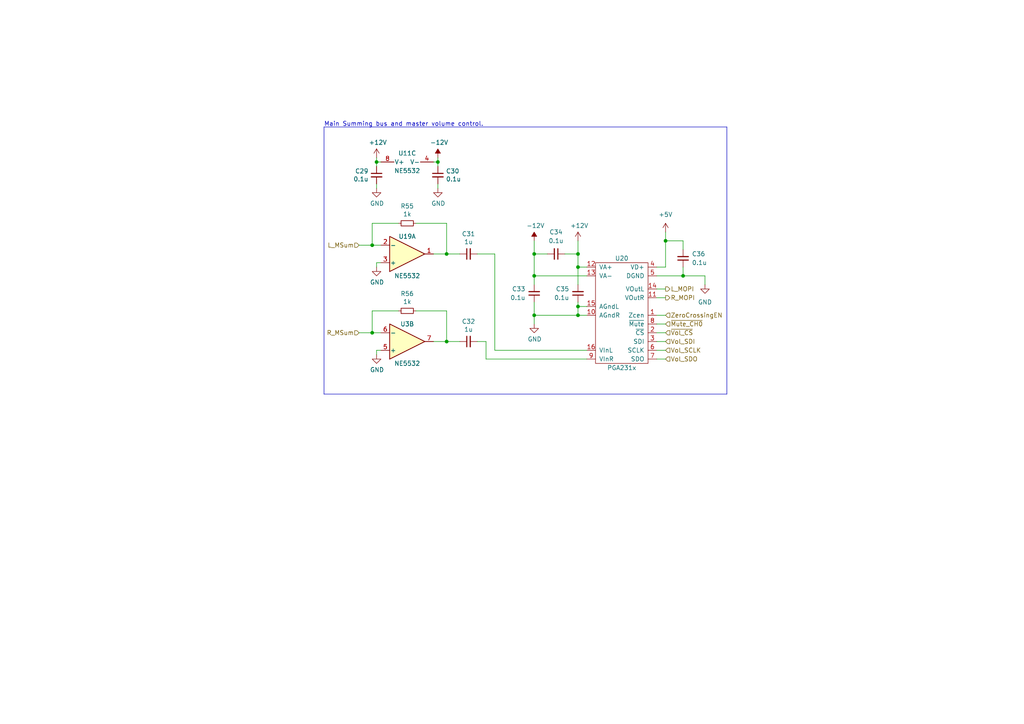
<source format=kicad_sch>
(kicad_sch (version 20230121) (generator eeschema)
  (paper "A4")
  (lib_symbols
    (symbol "Device:C_Small" (pin_numbers hide) (pin_names (offset 0.254) hide)
      (property "Reference" "C" (at 0.254 1.778 0))
      (property "Value" "C_Small" (at 0.254 -2.032 0))
      (symbol "C_Small_0_1"
        (polyline (pts (xy -1.524 -0.508) (xy 1.524 -0.508)) (stroke (width 0.3302)))
        (polyline (pts (xy -1.524 0.508) (xy 1.524 0.508)) (stroke (width 0.3048)))
      )
      (symbol "C_Small_1_1"
        (pin passive line (at 0 2.54 270) (length 2.032) (name "~") (number "1"))
        (pin passive line (at 0 -2.54 90) (length 2.032) (name "~") (number "2"))
      )
    )
    (symbol "Device:R_Small" (pin_numbers hide) (pin_names (offset 0.254) hide)
      (property "Reference" "R" (at 0.762 0.508 0))
      (property "Value" "R_Small" (at 0.762 -1.016 0))
      (symbol "R_Small_0_1"
        (rectangle (start -0.762 1.778) (end 0.762 -1.778) (stroke (width 0.2032)))
      )
      (symbol "R_Small_1_1"
        (pin passive line (at 0 2.54 270) (length 0.762) (name "~") (number "1"))
        (pin passive line (at 0 -2.54 90) (length 0.762) (name "~") (number "2"))
      )
    )
    (symbol "power:+12V" (power) (pin_names (offset 0))
      (property "Value" "+12V" (at 0 3.556 0))
      (symbol "+12V_0_1"
        (polyline (pts (xy -0.762 1.27) (xy 0 2.54)))
        (polyline (pts (xy 0 0) (xy 0 2.54)))
        (polyline (pts (xy 0 2.54) (xy 0.762 1.27)))
      )
      (symbol "+12V_1_1"
        (pin power_in line (at 0 0 90) (length 0) hide (name "+12V") (number "1"))
      )
    )
    (symbol "power:+5V" (power) (pin_names (offset 0))
      (property "Value" "+5V" (at 0 3.556 0))
      (symbol "+5V_0_1"
        (polyline (pts (xy -0.762 1.27) (xy 0 2.54)))
        (polyline (pts (xy 0 0) (xy 0 2.54)))
        (polyline (pts (xy 0 2.54) (xy 0.762 1.27)))
      )
      (symbol "+5V_1_1"
        (pin power_in line (at 0 0 90) (length 0) hide (name "+5V") (number "1"))
      )
    )
    (symbol "power:-12V" (power) (pin_names (offset 0))
      (property "Value" "-12V" (at 0 3.81 0))
      (symbol "-12V_0_0"
        (pin power_in line (at 0 0 90) (length 0) hide (name "-12V") (number "1"))
      )
      (symbol "-12V_0_1"
        (polyline (pts (xy 0 0) (xy 0 1.27) (xy 0.762 1.27) (xy 0 2.54) (xy -0.762 1.27) (xy 0 1.27)) (fill (type outline)))
      )
    )
    (symbol "power:GND" (power) (pin_names (offset 0))
      (property "Value" "GND" (at 0 -3.81 0))
      (symbol "GND_0_1"
        (polyline (pts (xy 0 0) (xy 0 -1.27) (xy 1.27 -1.27) (xy 0 -2.54) (xy -1.27 -1.27) (xy 0 -1.27)))
      )
      (symbol "GND_1_1"
        (pin power_in line (at 0 0 270) (length 0) hide (name "GND") (number "1"))
      )
    )
    (symbol "silver-box-modular:NE5532" (pin_names (offset 0.127))
      (property "Reference" "U3" (at 0 5.08 0))
      (property "Value" "NE5532" (at 0 -6.35 0))
      (symbol "NE5532_1_1"
        (polyline (pts (xy -5.08 5.08) (xy 5.08 0) (xy -5.08 -5.08) (xy -5.08 5.08)) (stroke (width 0.254)) (fill (type background)))
        (pin output line (at 7.62 0 180) (length 2.54) (name "~") (number "1"))
        (pin input line (at -7.62 -2.54 0) (length 2.54) (name "-") (number "2"))
        (pin input line (at -7.62 2.54 0) (length 2.54) (name "+") (number "3"))
      )
      (symbol "NE5532_2_1"
        (polyline (pts (xy -5.08 5.08) (xy 5.08 0) (xy -5.08 -5.08) (xy -5.08 5.08)) (stroke (width 0.254)) (fill (type background)))
        (pin input line (at -7.62 2.54 0) (length 2.54) (name "+") (number "5"))
        (pin input line (at -7.62 -2.54 0) (length 2.54) (name "-") (number "6"))
        (pin output line (at 7.62 0 180) (length 2.54) (name "~") (number "7"))
      )
      (symbol "NE5532_3_1"
        (pin power_in line (at -2.54 -7.62 90) (length 3.81) (name "V-") (number "4"))
        (pin power_in line (at -2.54 7.62 270) (length 3.81) (name "V+") (number "8"))
      )
    )
    (symbol "silver-box-modular:PGA231x" (pin_names (offset 1.016))
      (property "Reference" "U" (at 7.62 1.27 0))
      (property "Value" "PGA231x" (at 7.62 -30.48 0))
      (symbol "PGA231x_0_1"
        (rectangle (start 0 0) (end 15.24 -29.21))
      )
      (symbol "PGA231x_1_1"
        (pin passive line (at 17.78 -15.24 180) (length 2.54) (name "Zcen") (number "1"))
        (pin power_in line (at -2.54 -15.24 0) (length 2.54) (name "AGndR") (number "10"))
        (pin passive line (at 17.78 -10.16 180) (length 2.54) (name "VOutR") (number "11"))
        (pin power_in line (at -2.54 -1.27 0) (length 2.54) (name "VA+") (number "12"))
        (pin power_in line (at -2.54 -3.81 0) (length 2.54) (name "VA-") (number "13"))
        (pin passive line (at 17.78 -7.62 180) (length 2.54) (name "VOutL") (number "14"))
        (pin power_in line (at -2.54 -12.7 0) (length 2.54) (name "AGndL") (number "15"))
        (pin passive line (at -2.54 -25.4 0) (length 2.54) (name "VInL") (number "16"))
        (pin passive line (at 17.78 -20.32 180) (length 2.54) (name "~{CS}") (number "2"))
        (pin passive line (at 17.78 -22.86 180) (length 2.54) (name "SDI") (number "3"))
        (pin power_in line (at 17.78 -1.27 180) (length 2.54) (name "VD+") (number "4"))
        (pin passive line (at 17.78 -3.81 180) (length 2.54) (name "DGND") (number "5"))
        (pin passive line (at 17.78 -25.4 180) (length 2.54) (name "SCLK") (number "6"))
        (pin passive line (at 17.78 -27.94 180) (length 2.54) (name "SDO") (number "7"))
        (pin passive line (at 17.78 -17.78 180) (length 2.54) (name "~{Mute}") (number "8"))
        (pin passive line (at -2.54 -27.94 0) (length 2.54) (name "VInR") (number "9"))
      )
    )
  )
  (junction (at 107.95 71.12) (diameter 0.9144))
  (junction (at 198.12 80.01))
  (junction (at 193.04 69.85))
  (junction (at 167.64 77.47))
  (junction (at 107.95 96.52) (diameter 0.9144))
  (junction (at 167.64 88.9))
  (junction (at 167.64 91.44))
  (junction (at 154.94 80.01))
  (junction (at 129.54 73.66) (diameter 0.9144))
  (junction (at 167.64 73.66))
  (junction (at 129.54 99.06) (diameter 0.9144))
  (junction (at 154.94 91.44))
  (junction (at 127 46.99) (diameter 0.9144))
  (junction (at 109.22 46.99) (diameter 0.9144))
  (junction (at 154.94 73.66))
  (wire (pts (xy 127 45.72) (xy 127 46.99)))
  (wire (pts (xy 107.95 96.52) (xy 110.49 96.52)))
  (wire (pts (xy 154.94 73.66) (xy 154.94 80.01)))
  (wire (pts (xy 198.12 80.01) (xy 204.47 80.01)))
  (wire (pts (xy 129.54 99.06) (xy 133.35 99.06)))
  (wire (pts (xy 167.64 77.47) (xy 167.64 82.55)))
  (wire (pts (xy 190.5 80.01) (xy 198.12 80.01)))
  (wire (pts (xy 167.64 73.66) (xy 167.64 77.47)))
  (wire (pts (xy 190.5 86.36) (xy 193.04 86.36)))
  (wire (pts (xy 170.18 88.9) (xy 167.64 88.9)))
  (wire (pts (xy 104.14 71.12) (xy 107.95 71.12)))
  (wire (pts (xy 170.18 77.47) (xy 167.64 77.47)))
  (wire (pts (xy 120.65 64.77) (xy 129.54 64.77)))
  (wire (pts (xy 154.94 80.01) (xy 170.18 80.01)))
  (wire (pts (xy 107.95 90.17) (xy 115.57 90.17)))
  (wire (pts (xy 167.64 91.44) (xy 170.18 91.44)))
  (wire (pts (xy 190.5 104.14) (xy 193.04 104.14)))
  (wire (pts (xy 154.94 69.85) (xy 154.94 73.66)))
  (wire (pts (xy 127 46.99) (xy 125.73 46.99)))
  (wire (pts (xy 140.97 99.06) (xy 140.97 104.14)))
  (wire (pts (xy 120.65 90.17) (xy 129.54 90.17)))
  (wire (pts (xy 154.94 80.01) (xy 154.94 82.55)))
  (polyline (pts (xy 210.82 114.3) (xy 210.82 36.83)))
  (wire (pts (xy 129.54 73.66) (xy 133.35 73.66)))
  (wire (pts (xy 127 54.61) (xy 127 53.34)))
  (wire (pts (xy 193.04 67.31) (xy 193.04 69.85)))
  (wire (pts (xy 109.22 48.26) (xy 109.22 46.99)))
  (wire (pts (xy 107.95 96.52) (xy 107.95 90.17)))
  (wire (pts (xy 193.04 93.98) (xy 190.5 93.98)))
  (wire (pts (xy 193.04 69.85) (xy 198.12 69.85)))
  (wire (pts (xy 109.22 46.99) (xy 110.49 46.99)))
  (wire (pts (xy 198.12 77.47) (xy 198.12 80.01)))
  (wire (pts (xy 154.94 87.63) (xy 154.94 91.44)))
  (wire (pts (xy 190.5 96.52) (xy 193.04 96.52)))
  (wire (pts (xy 129.54 73.66) (xy 125.73 73.66)))
  (wire (pts (xy 143.51 101.6) (xy 170.18 101.6)))
  (wire (pts (xy 154.94 73.66) (xy 158.75 73.66)))
  (wire (pts (xy 129.54 90.17) (xy 129.54 99.06)))
  (wire (pts (xy 154.94 91.44) (xy 154.94 93.98)))
  (wire (pts (xy 109.22 101.6) (xy 110.49 101.6)))
  (wire (pts (xy 143.51 73.66) (xy 143.51 101.6)))
  (wire (pts (xy 167.64 88.9) (xy 167.64 91.44)))
  (wire (pts (xy 109.22 54.61) (xy 109.22 53.34)))
  (wire (pts (xy 154.94 91.44) (xy 167.64 91.44)))
  (wire (pts (xy 138.43 99.06) (xy 140.97 99.06)))
  (wire (pts (xy 190.5 101.6) (xy 193.04 101.6)))
  (wire (pts (xy 129.54 64.77) (xy 129.54 73.66)))
  (wire (pts (xy 127 48.26) (xy 127 46.99)))
  (wire (pts (xy 109.22 45.72) (xy 109.22 46.99)))
  (wire (pts (xy 190.5 83.82) (xy 193.04 83.82)))
  (polyline (pts (xy 93.98 36.83) (xy 93.98 114.3)))
  (wire (pts (xy 190.5 77.47) (xy 193.04 77.47)))
  (wire (pts (xy 167.64 69.85) (xy 167.64 73.66)))
  (wire (pts (xy 204.47 80.01) (xy 204.47 82.55)))
  (wire (pts (xy 138.43 73.66) (xy 143.51 73.66)))
  (wire (pts (xy 109.22 76.2) (xy 110.49 76.2)))
  (wire (pts (xy 170.18 104.14) (xy 140.97 104.14)))
  (wire (pts (xy 198.12 69.85) (xy 198.12 72.39)))
  (wire (pts (xy 107.95 71.12) (xy 107.95 64.77)))
  (wire (pts (xy 107.95 64.77) (xy 115.57 64.77)))
  (polyline (pts (xy 93.98 36.83) (xy 210.82 36.83)))
  (wire (pts (xy 107.95 71.12) (xy 110.49 71.12)))
  (wire (pts (xy 104.14 96.52) (xy 107.95 96.52)))
  (wire (pts (xy 163.83 73.66) (xy 167.64 73.66)))
  (wire (pts (xy 129.54 99.06) (xy 125.73 99.06)))
  (wire (pts (xy 109.22 102.87) (xy 109.22 101.6)))
  (wire (pts (xy 109.22 77.47) (xy 109.22 76.2)))
  (wire (pts (xy 193.04 69.85) (xy 193.04 77.47)))
  (wire (pts (xy 167.64 87.63) (xy 167.64 88.9)))
  (wire (pts (xy 190.5 91.44) (xy 193.04 91.44)))
  (wire (pts (xy 190.5 99.06) (xy 193.04 99.06)))
  (polyline (pts (xy 93.98 114.3) (xy 210.82 114.3)))
  (text "Main Summing bus and master volume control." (at 93.98 36.83 0) (effects (font (size 1.27 1.27)) (justify left bottom)))
  (hierarchical_label "R_MSum" (shape input) (at 104.14 96.52 180))
  (hierarchical_label "Vol_SCLK" (shape input) (at 193.04 101.6 0))
  (hierarchical_label "Vol_SDI" (shape input) (at 193.04 99.06 0))
  (hierarchical_label "L_MOPI" (shape output) (at 193.04 83.82 0))
  (hierarchical_label "ZeroCrossingEN" (shape input) (at 193.04 91.44 0))
  (hierarchical_label "L_MSum" (shape input) (at 104.14 71.12 180))
  (hierarchical_label "R_MOPI" (shape output) (at 193.04 86.36 0))
  (hierarchical_label "~{Vol_CS}" (shape input) (at 193.04 96.52 0))
  (hierarchical_label "~{Mute_CH0}" (shape input) (at 193.04 93.98 0))
  (hierarchical_label "Vol_SDO" (shape input) (at 193.04 104.14 0))
  (symbol (lib_id "Device:C_Small") (at 154.94 85.09 0) (mirror x) (unit 1)
    (property "Reference" "C33" (at 152.4 83.8135 0) (effects (justify right)))
    (property "Value" "0.1u" (at 152.4 86.3535 0) (effects (justify right)))
    (property "Footprint" "Capacitor_SMD:C_0603_1608Metric_Pad1.08x0.95mm_HandSolder" (effects hide))
  )
  (symbol (lib_id "Device:C_Small") (at 135.89 73.66 90) (unit 1)
    (property "Reference" "C31" (at 135.89 67.8434 90))
    (property "Value" "1u" (at 135.89 70.1548 90))
    (property "Footprint" "Capacitor_SMD:C_2220_5650Metric_Pad1.97x5.40mm_HandSolder" (effects hide))
  )
  (symbol (lib_id "power:+12V") (at 109.22 45.72 0) (unit 1)
    (property "Reference" "#PWR093" (effects hide))
    (property "Value" "+12V" (at 109.601 41.3258 0))
  )
  (symbol (lib_id "power:+12V") (at 167.64 69.85 0) (unit 1)
    (property "Reference" "#PWR0101" (effects hide))
    (property "Value" "+12V" (at 168.021 65.4558 0))
  )
  (symbol (lib_id "power:-12V") (at 154.94 69.85 0) (unit 1)
    (property "Reference" "#PWR099" (effects hide))
    (property "Value" "-12V" (at 155.321 65.4558 0))
  )
  (symbol (lib_id "silver-box-modular:NE5532") (at 118.11 49.53 90) (mirror x) (unit 3)
    (property "Reference" "U11" (at 118.11 44.45 90))
    (property "Value" "NE5532" (at 118.11 49.53 90))
    (property "Footprint" "silver-box-feetprints:NE5532 SOIC8" (effects hide))
    (property "Datasheet" "http://www.ti.com/lit/ds/symlink/ne5532.pdf" (effects hide))
  )
  (symbol (lib_id "Device:C_Small") (at 135.89 99.06 90) (unit 1)
    (property "Reference" "C32" (at 135.89 93.2434 90))
    (property "Value" "1u" (at 135.89 95.5548 90))
    (property "Footprint" "Capacitor_SMD:C_2220_5650Metric_Pad1.97x5.40mm_HandSolder" (effects hide))
  )
  (symbol (lib_id "power:GND") (at 204.47 82.55 0) (unit 1)
    (property "Reference" "#PWR0103" (effects hide))
    (property "Value" "GND" (at 204.47 87.63 0))
  )
  (symbol (lib_id "silver-box-modular:NE5532") (at 118.11 73.66 0) (mirror x) (unit 1)
    (property "Reference" "U19" (at 118.11 68.58 0))
    (property "Value" "NE5532" (at 118.11 80.01 0))
    (property "Footprint" "silver-box-feetprints:NE5532 SOIC8" (effects hide))
    (property "Datasheet" "http://www.ti.com/lit/ds/symlink/ne5532.pdf" (effects hide))
  )
  (symbol (lib_id "Device:R_Small") (at 118.11 90.17 270) (unit 1)
    (property "Reference" "R56" (at 118.11 85.1916 90))
    (property "Value" "1k" (at 118.11 87.503 90))
    (property "Footprint" "Resistor_SMD:R_0603_1608Metric_Pad0.98x0.95mm_HandSolder" (effects hide))
  )
  (symbol (lib_id "Device:C_Small") (at 109.22 50.8 0) (mirror y) (unit 1)
    (property "Reference" "C29" (at 106.8832 49.6316 0) (effects (justify left)))
    (property "Value" "0.1u" (at 106.8832 51.943 0) (effects (justify left)))
    (property "Footprint" "Capacitor_SMD:C_0603_1608Metric_Pad1.08x0.95mm_HandSolder" (effects hide))
  )
  (symbol (lib_id "power:GND") (at 109.22 77.47 0) (unit 1)
    (property "Reference" "#PWR095" (effects hide))
    (property "Value" "GND" (at 109.347 81.8642 0))
  )
  (symbol (lib_id "power:GND") (at 127 54.61 0) (unit 1)
    (property "Reference" "#PWR098" (effects hide))
    (property "Value" "GND" (at 127.127 59.0042 0))
  )
  (symbol (lib_id "power:GND") (at 154.94 93.98 0) (unit 1)
    (property "Reference" "#PWR0100" (effects hide))
    (property "Value" "GND" (at 155.067 98.3742 0))
  )
  (symbol (lib_id "Device:C_Small") (at 167.64 85.09 0) (mirror x) (unit 1)
    (property "Reference" "C35" (at 165.1 83.8135 0) (effects (justify right)))
    (property "Value" "0.1u" (at 165.1 86.3535 0) (effects (justify right)))
    (property "Footprint" "Capacitor_SMD:C_0603_1608Metric_Pad1.08x0.95mm_HandSolder" (effects hide))
  )
  (symbol (lib_id "Device:C_Small") (at 198.12 74.93 180) (unit 1)
    (property "Reference" "C36" (at 200.66 73.6535 0) (effects (justify right)))
    (property "Value" "0.1u" (at 200.66 76.1935 0) (effects (justify right)))
    (property "Footprint" "Capacitor_SMD:C_0603_1608Metric_Pad1.08x0.95mm_HandSolder" (effects hide))
  )
  (symbol (lib_id "Device:C_Small") (at 127 50.8 0) (unit 1)
    (property "Reference" "C30" (at 129.3368 49.6316 0) (effects (justify left)))
    (property "Value" "0.1u" (at 129.3368 51.943 0) (effects (justify left)))
    (property "Footprint" "Capacitor_SMD:C_0603_1608Metric_Pad1.08x0.95mm_HandSolder" (effects hide))
  )
  (symbol (lib_id "power:+5V") (at 193.04 67.31 0) (unit 1)
    (property "Reference" "#PWR0102" (effects hide))
    (property "Value" "+5V" (at 193.04 62.23 0))
  )
  (symbol (lib_id "power:GND") (at 109.22 54.61 0) (unit 1)
    (property "Reference" "#PWR094" (effects hide))
    (property "Value" "GND" (at 109.347 59.0042 0))
  )
  (symbol (lib_id "silver-box-modular:NE5532") (at 118.11 99.06 0) (mirror x) (unit 2)
    (property "Reference" "U3" (at 118.11 93.98 0))
    (property "Value" "NE5532" (at 118.11 105.41 0))
    (property "Footprint" "silver-box-feetprints:NE5532 SOIC8" (effects hide))
    (property "Datasheet" "http://www.ti.com/lit/ds/symlink/ne5532.pdf" (effects hide))
  )
  (symbol (lib_id "power:GND") (at 109.22 102.87 0) (unit 1)
    (property "Reference" "#PWR096" (effects hide))
    (property "Value" "GND" (at 109.347 107.2642 0))
  )
  (symbol (lib_id "silver-box-modular:PGA231x") (at 172.72 76.2 0) (unit 1)
    (property "Reference" "U20" (at 180.34 74.93 0))
    (property "Value" "PGA231x" (at 180.34 106.68 0))
    (property "Footprint" "silver-box-feetprints:PGA231XU" (effects hide))
  )
  (symbol (lib_id "power:-12V") (at 127 45.72 0) (unit 1)
    (property "Reference" "#PWR097" (effects hide))
    (property "Value" "-12V" (at 127.381 41.3258 0))
  )
  (symbol (lib_id "Device:C_Small") (at 161.29 73.66 270) (mirror x) (unit 1)
    (property "Reference" "C34" (at 161.2836 67.31 90))
    (property "Value" "0.1u" (at 161.2836 69.85 90))
    (property "Footprint" "Capacitor_SMD:C_0603_1608Metric_Pad1.08x0.95mm_HandSolder" (effects hide))
  )
  (symbol (lib_id "Device:R_Small") (at 118.11 64.77 270) (unit 1)
    (property "Reference" "R55" (at 118.11 59.7916 90))
    (property "Value" "1k" (at 118.11 62.103 90))
    (property "Footprint" "Resistor_SMD:R_0603_1608Metric_Pad0.98x0.95mm_HandSolder" (effects hide))
  )
)
</source>
